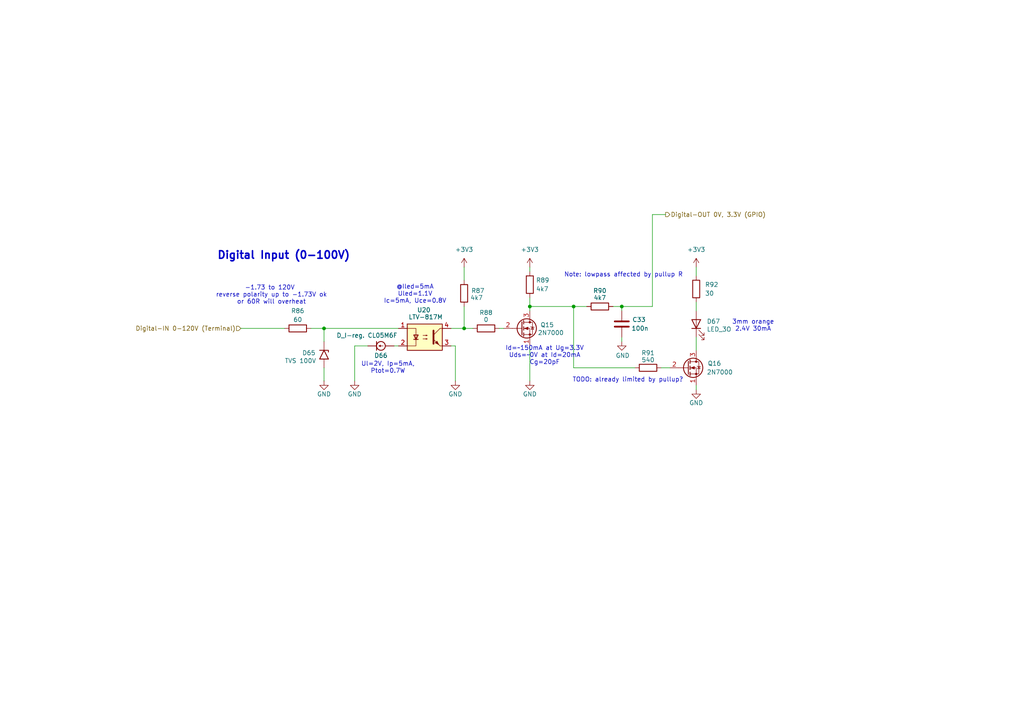
<source format=kicad_sch>
(kicad_sch (version 20231120) (generator "eeschema") (generator_version "8.0")
  (paper "A4")
  (lib_symbols
    (symbol "Device:C" (pin_numbers hide) (pin_names (offset 0.254))
      (property "Reference" "C" (at 0.635 2.54 0))
      (property "Value" "C" (at 0.635 -2.54 0))
      (symbol "C_0_1"
        (polyline (pts (xy -2.032 -0.762) (xy 2.032 -0.762)) (stroke (width 0.508)))
        (polyline (pts (xy -2.032 0.762) (xy 2.032 0.762)) (stroke (width 0.508)))
      )
      (symbol "C_1_1"
        (pin passive line (at 0 3.81 270) (length 2.794) (name "~") (number "1"))
        (pin passive line (at 0 -3.81 90) (length 2.794) (name "~") (number "2"))
      )
    )
    (symbol "Device:D_Current-regulator" (pin_numbers hide) (pin_names (offset 1.016) hide)
      (property "Reference" "D" (at 0 2.54 0))
      (property "Value" "D_Current-regulator" (at 0 -2.54 0))
      (symbol "D_Current-regulator_0_1"
        (polyline (pts (xy -1.27 1.27) (xy -1.27 -1.27)) (stroke (width 0.254)))
      )
      (symbol "D_Current-regulator_1_1"
        (polyline (pts (xy -0.127 0) (xy 0.635 0)))
        (polyline (pts (xy -0.127 0.254) (xy -0.635 0) (xy -0.127 -0.254) (xy -0.127 0.254)) (fill (type outline)))
        (circle (center 0 0) (radius 1.27) (stroke (width 0.254)))
        (pin passive line (at -3.81 0 0) (length 2.54) (name "K") (number "1"))
        (pin passive line (at 3.81 0 180) (length 2.54) (name "A") (number "2"))
      )
    )
    (symbol "Device:LED" (pin_numbers hide) (pin_names (offset 1.016) hide)
      (property "Reference" "D" (at 0 2.54 0))
      (property "Value" "LED" (at 0 -2.54 0))
      (symbol "LED_0_1"
        (polyline (pts (xy -1.27 -1.27) (xy -1.27 1.27)) (stroke (width 0.254)))
        (polyline (pts (xy -1.27 0) (xy 1.27 0)))
        (polyline (pts (xy 1.27 -1.27) (xy 1.27 1.27) (xy -1.27 0) (xy 1.27 -1.27)) (stroke (width 0.254)))
        (polyline (pts (xy -3.048 -0.762) (xy -4.572 -2.286) (xy -3.81 -2.286) (xy -4.572 -2.286) (xy -4.572 -1.524)))
        (polyline (pts (xy -1.778 -0.762) (xy -3.302 -2.286) (xy -2.54 -2.286) (xy -3.302 -2.286) (xy -3.302 -1.524)))
      )
      (symbol "LED_1_1"
        (pin passive line (at -3.81 0 0) (length 2.54) (name "K") (number "1"))
        (pin passive line (at 3.81 0 180) (length 2.54) (name "A") (number "2"))
      )
    )
    (symbol "Device:R" (pin_numbers hide) (pin_names (offset 0))
      (property "Reference" "R" (at 2.032 0 90))
      (property "Value" "R" (at 0 0 90))
      (symbol "R_0_1"
        (rectangle (start -1.016 -2.54) (end 1.016 2.54) (stroke (width 0.254)))
      )
      (symbol "R_1_1"
        (pin passive line (at 0 3.81 270) (length 1.27) (name "~") (number "1"))
        (pin passive line (at 0 -3.81 90) (length 1.27) (name "~") (number "2"))
      )
    )
    (symbol "Diode:1N62xxA" (pin_numbers hide) (pin_names (offset 1.016) hide)
      (property "Reference" "D" (at 0 2.54 0))
      (property "Value" "1N62xxA" (at 0 -2.54 0))
      (symbol "1N62xxA_0_1"
        (polyline (pts (xy -0.762 1.27) (xy -1.27 1.27) (xy -1.27 -1.27)) (stroke (width 0.254)))
        (polyline (pts (xy 1.27 1.27) (xy 1.27 -1.27) (xy -1.27 0) (xy 1.27 1.27)) (stroke (width 0.254)))
      )
      (symbol "1N62xxA_1_1"
        (pin passive line (at -3.81 0 0) (length 2.54) (name "A1") (number "1"))
        (pin passive line (at 3.81 0 180) (length 2.54) (name "A2") (number "2"))
      )
    )
    (symbol "Isolator:LTV-817M" (pin_names (offset 1.016))
      (property "Reference" "U" (at -3.81 5.08 0))
      (property "Value" "LTV-817M" (at 0 -5.08 0))
      (symbol "LTV-817M_1_1"
        (rectangle (start -5.08 3.81) (end 5.08 -3.81) (stroke (width 0.254)) (fill (type background)))
        (polyline (pts (xy -3.175 -0.635) (xy -1.905 -0.635)) (stroke (width 0.254)))
        (polyline (pts (xy 2.54 0.635) (xy 4.445 2.54)))
        (polyline (pts (xy 4.445 -2.54) (xy 2.54 -0.635)) (fill (type outline)))
        (polyline (pts (xy 4.445 -2.54) (xy 5.08 -2.54)))
        (polyline (pts (xy 4.445 2.54) (xy 5.08 2.54)))
        (polyline (pts (xy -5.08 2.54) (xy -2.54 2.54) (xy -2.54 -0.762)))
        (polyline (pts (xy -2.54 -0.635) (xy -2.54 -2.54) (xy -5.08 -2.54)))
        (polyline (pts (xy 2.54 1.905) (xy 2.54 -1.905) (xy 2.54 -1.905)) (stroke (width 0.508)))
        (polyline (pts (xy -2.54 -0.635) (xy -3.175 0.635) (xy -1.905 0.635) (xy -2.54 -0.635)) (stroke (width 0.254)))
        (polyline (pts (xy -0.508 -0.508) (xy 0.762 -0.508) (xy 0.381 -0.635) (xy 0.381 -0.381) (xy 0.762 -0.508)))
        (polyline (pts (xy -0.508 0.508) (xy 0.762 0.508) (xy 0.381 0.381) (xy 0.381 0.635) (xy 0.762 0.508)))
        (polyline (pts (xy 3.048 -1.651) (xy 3.556 -1.143) (xy 4.064 -2.159) (xy 3.048 -1.651) (xy 3.048 -1.651)) (fill (type outline)))
        (pin passive line (at -7.62 2.54 0) (length 2.54) (name "~") (number "1"))
        (pin passive line (at -7.62 -2.54 0) (length 2.54) (name "~") (number "2"))
        (pin passive line (at 7.62 -2.54 180) (length 2.54) (name "~") (number "3"))
        (pin passive line (at 7.62 2.54 180) (length 2.54) (name "~") (number "4"))
      )
    )
    (symbol "Transistor_FET:2N7000" (pin_names hide)
      (property "Reference" "Q" (at 5.08 1.905 0))
      (property "Value" "2N7000" (at 5.08 0 0))
      (symbol "2N7000_0_1"
        (polyline (pts (xy 0.254 0) (xy -2.54 0)))
        (polyline (pts (xy 0.254 1.905) (xy 0.254 -1.905)) (stroke (width 0.254)))
        (polyline (pts (xy 0.762 -1.27) (xy 0.762 -2.286)) (stroke (width 0.254)))
        (polyline (pts (xy 0.762 0.508) (xy 0.762 -0.508)) (stroke (width 0.254)))
        (polyline (pts (xy 0.762 2.286) (xy 0.762 1.27)) (stroke (width 0.254)))
        (polyline (pts (xy 2.54 2.54) (xy 2.54 1.778)))
        (polyline (pts (xy 2.54 -2.54) (xy 2.54 0) (xy 0.762 0)))
        (polyline (pts (xy 0.762 -1.778) (xy 3.302 -1.778) (xy 3.302 1.778) (xy 0.762 1.778)))
        (polyline (pts (xy 1.016 0) (xy 2.032 0.381) (xy 2.032 -0.381) (xy 1.016 0)) (fill (type outline)))
        (polyline (pts (xy 2.794 0.508) (xy 2.921 0.381) (xy 3.683 0.381) (xy 3.81 0.254)))
        (polyline (pts (xy 3.302 0.381) (xy 2.921 -0.254) (xy 3.683 -0.254) (xy 3.302 0.381)))
        (circle (center 1.651 0) (radius 2.794) (stroke (width 0.254)))
        (circle (center 2.54 -1.778) (radius 0.254) (fill (type outline)))
        (circle (center 2.54 1.778) (radius 0.254) (fill (type outline)))
      )
      (symbol "2N7000_1_1"
        (pin passive line (at 2.54 -5.08 90) (length 2.54) (name "S") (number "1"))
        (pin input line (at -5.08 0 0) (length 2.54) (name "G") (number "2"))
        (pin passive line (at 2.54 5.08 270) (length 2.54) (name "D") (number "3"))
      )
    )
    (symbol "power:+3V3" (power) (pin_numbers hide) (pin_names (offset 0) hide)
      (property "Value" "+3V3" (at 0 3.556 0))
      (symbol "+3V3_0_1"
        (polyline (pts (xy -0.762 1.27) (xy 0 2.54)))
        (polyline (pts (xy 0 0) (xy 0 2.54)))
        (polyline (pts (xy 0 2.54) (xy 0.762 1.27)))
      )
      (symbol "+3V3_1_1"
        (pin power_in line (at 0 0 90) (length 0) (name "~") (number "1"))
      )
    )
    (symbol "power:GND" (power) (pin_numbers hide) (pin_names (offset 0) hide)
      (property "Value" "GND" (at 0 -3.81 0))
      (symbol "GND_0_1"
        (polyline (pts (xy 0 0) (xy 0 -1.27) (xy 1.27 -1.27) (xy 0 -2.54) (xy -1.27 -1.27) (xy 0 -1.27)))
      )
      (symbol "GND_1_1"
        (pin power_in line (at 0 0 270) (length 0) (name "~") (number "1"))
      )
    )
  )
  (junction (at 153.67 88.9))
  (junction (at 134.62 95.25))
  (junction (at 180.34 88.9))
  (junction (at 93.98 95.25))
  (junction (at 166.37 88.9))
  (wire (pts (xy 102.87 100.33) (xy 102.87 110.49)))
  (wire (pts (xy 130.81 100.33) (xy 132.08 100.33)))
  (wire (pts (xy 166.37 106.68) (xy 184.15 106.68)))
  (wire (pts (xy 93.98 95.25) (xy 93.98 99.06)))
  (wire (pts (xy 106.68 100.33) (xy 102.87 100.33)))
  (wire (pts (xy 132.08 100.33) (xy 132.08 110.49)))
  (wire (pts (xy 177.8 88.9) (xy 180.34 88.9)))
  (wire (pts (xy 180.34 88.9) (xy 189.23 88.9)))
  (wire (pts (xy 201.93 90.17) (xy 201.93 87.63)))
  (wire (pts (xy 93.98 106.68) (xy 93.98 110.49)))
  (wire (pts (xy 153.67 77.47) (xy 153.67 78.74)))
  (wire (pts (xy 189.23 88.9) (xy 189.23 62.23)))
  (wire (pts (xy 189.23 62.23) (xy 193.04 62.23)))
  (wire (pts (xy 191.77 106.68) (xy 194.31 106.68)))
  (wire (pts (xy 134.62 88.9) (xy 134.62 95.25)))
  (wire (pts (xy 134.62 95.25) (xy 137.16 95.25)))
  (wire (pts (xy 144.78 95.25) (xy 146.05 95.25)))
  (wire (pts (xy 201.93 77.47) (xy 201.93 80.01)))
  (wire (pts (xy 153.67 88.9) (xy 153.67 90.17)))
  (wire (pts (xy 69.85 95.25) (xy 82.55 95.25)))
  (wire (pts (xy 180.34 97.79) (xy 180.34 99.06)))
  (wire (pts (xy 153.67 86.36) (xy 153.67 88.9)))
  (wire (pts (xy 93.98 95.25) (xy 115.57 95.25)))
  (wire (pts (xy 114.3 100.33) (xy 115.57 100.33)))
  (wire (pts (xy 130.81 95.25) (xy 134.62 95.25)))
  (wire (pts (xy 166.37 88.9) (xy 170.18 88.9)))
  (wire (pts (xy 201.93 97.79) (xy 201.93 101.6)))
  (wire (pts (xy 90.17 95.25) (xy 93.98 95.25)))
  (wire (pts (xy 153.67 88.9) (xy 166.37 88.9)))
  (wire (pts (xy 166.37 106.68) (xy 166.37 88.9)))
  (wire (pts (xy 153.67 100.33) (xy 153.67 110.49)))
  (wire (pts (xy 180.34 88.9) (xy 180.34 90.17)))
  (wire (pts (xy 201.93 111.76) (xy 201.93 113.03)))
  (wire (pts (xy 134.62 77.47) (xy 134.62 81.28)))
  (text "Note: lowpass affected by pullup R" (at 180.848 79.756 0) (effects (font (size 1.27 1.27))))
  (text "Ul=2V, Ip=5mA,\nPtot=0.7W" (at 112.522 106.68 0) (effects (font (size 1.27 1.27))))
  (text "3mm orange\n2.4V 30mA" (at 218.44 94.488 0) (effects (font (size 1.27 1.27))))
  (text "Digital Input (0-100V)" (at 82.296 74.168 0) (effects (font (size 2.2 2.2) (thickness 0.44) (bold yes))))
  (text "TODO: already limited by pullup?" (at 182.118 110.236 0) (effects (font (size 1.27 1.27))))
  (text "-1.73 to 120V \nreverse polarity up to -1.73V ok\nor 60R will overheat" (at 78.74 85.598 0) (effects (font (size 1.27 1.27))))
  (text "Id=~150mA at Ug=3.3V\nUds=~0V at Id=20mA\nCg=20pF" (at 157.988 103.124 0) (effects (font (size 1.27 1.27))))
  (text "@Iled=5mA\nUled=1.1V\nIc=5mA, Uce=0.8V" (at 120.396 85.344 0) (effects (font (size 1.27 1.27))))
  (hierarchical_label "Digital-OUT 0V, 3.3V (GPIO)" (shape output) (at 193.04 62.23 0))
  (hierarchical_label "Digital-IN 0-120V (Terminal)" (shape input) (at 69.85 95.25 180))
  (symbol (lib_id "Device:R") (at 134.62 85.09 0) (unit 1)
    (property "Reference" "R87" (at 136.652 84.328 0) (effects (justify left)))
    (property "Value" "4k7" (at 136.398 86.36 0) (effects (justify left)))
    (property "Footprint" "Resistor_THT:R_Axial_DIN0207_L6.3mm_D2.5mm_P10.16mm_Horizontal" (effects (hide yes)))
    (property "Description" "Resistor" (effects (hide yes)))
    (instances (project "pi-interface-board_v1.0" (path "" (reference "R87") (unit 1)) (path "" (reference "R94") (unit 1)) (path "" (reference "R80") (unit 1)) (path "" (reference "R101") (unit 1)) (path "" (reference "R59") (unit 1)) (path "" (reference "R73") (unit 1)) (path "" (reference "R66") (unit 1)) (path "" (reference "R2") (unit 1))))
  )
  (symbol (lib_id "Device:R") (at 173.99 88.9 90) (unit 1)
    (property "Reference" "R90" (at 173.99 84.328 90))
    (property "Value" "4k7" (at 173.99 86.36 90))
    (property "Footprint" "Resistor_THT:R_Axial_DIN0207_L6.3mm_D2.5mm_P10.16mm_Horizontal" (effects (hide yes)))
    (property "Description" "Resistor" (effects (hide yes)))
    (instances (project "pi-interface-board_v1.0" (path "" (reference "R90") (unit 1)) (path "" (reference "R97") (unit 1)) (path "" (reference "R83") (unit 1)) (path "" (reference "R104") (unit 1)) (path "" (reference "R62") (unit 1)) (path "" (reference "R76") (unit 1)) (path "" (reference "R69") (unit 1)) (path "" (reference "R55") (unit 1))))
  )
  (symbol (lib_id "power:GND") (at 102.87 110.49 0) (unit 1)
    (property "Reference" "#PWR0158" (effects (hide yes)))
    (property "Value" "GND" (at 102.87 114.3 0))
    (property "Description" "Power symbol creates a global label with name \"GND\" , ground" (effects (hide yes)))
    (instances (project "pi-interface-board_v1.0" (path "" (reference "#PWR0158") (unit 1)) (path "" (reference "#PWR0167") (unit 1)) (path "" (reference "#PWR0149") (unit 1)) (path "" (reference "#PWR0176") (unit 1)) (path "" (reference "#PWR0122") (unit 1)) (path "" (reference "#PWR0140") (unit 1)) (path "" (reference "#PWR0131") (unit 1)) (path "" (reference "#PWR0113") (unit 1))))
  )
  (symbol (lib_id "Transistor_FET:2N7000") (at 151.13 95.25 0) (unit 1)
    (property "Reference" "Q15" (at 156.718 94.234 0) (effects (justify left)))
    (property "Value" "2N7000" (at 155.956 96.52 0) (effects (justify left)))
    (property "Footprint" "Package_TO_SOT_THT:TO-92_Inline" (effects (hide yes)))
    (property "Datasheet" "https://www.vishay.com/docs/70226/70226.pdf" (effects (hide yes)))
    (property "Description" "0.2A Id, 200V Vds, N-Channel MOSFET, 2.6V Logic Level, TO-92" (effects (hide yes)))
    (instances (project "pi-interface-board_v1.0" (path "" (reference "Q15") (unit 1)) (path "" (reference "Q17") (unit 1)) (path "" (reference "Q13") (unit 1)) (path "" (reference "Q19") (unit 1)) (path "" (reference "Q7") (unit 1)) (path "" (reference "Q11") (unit 1)) (path "" (reference "Q9") (unit 1)) (path "" (reference "Q2") (unit 1))))
  )
  (symbol (lib_id "power:GND") (at 201.93 113.03 0) (unit 1)
    (property "Reference" "#PWR0165" (effects (hide yes)))
    (property "Value" "GND" (at 201.93 116.84 0))
    (property "Description" "Power symbol creates a global label with name \"GND\" , ground" (effects (hide yes)))
    (instances (project "pi-interface-board_v1.0" (path "" (reference "#PWR0165") (unit 1)) (path "" (reference "#PWR0174") (unit 1)) (path "" (reference "#PWR0156") (unit 1)) (path "" (reference "#PWR0183") (unit 1)) (path "" (reference "#PWR0129") (unit 1)) (path "" (reference "#PWR0147") (unit 1)) (path "" (reference "#PWR0138") (unit 1)) (path "" (reference "#PWR0120") (unit 1))))
  )
  (symbol (lib_id "power:+3V3") (at 134.62 77.47 0) (unit 1)
    (property "Reference" "#PWR0160" (effects (hide yes)))
    (property "Value" "+3V3" (at 134.62 72.39 0))
    (property "Description" "Power symbol creates a global label with name \"+3V3\"" (effects (hide yes)))
    (instances (project "pi-interface-board_v1.0" (path "" (reference "#PWR0160") (unit 1)) (path "" (reference "#PWR0169") (unit 1)) (path "" (reference "#PWR0151") (unit 1)) (path "" (reference "#PWR0178") (unit 1)) (path "" (reference "#PWR0124") (unit 1)) (path "" (reference "#PWR0142") (unit 1)) (path "" (reference "#PWR0133") (unit 1)) (path "" (reference "#PWR0115") (unit 1))))
  )
  (symbol (lib_id "Transistor_FET:2N7000") (at 199.39 106.68 0) (unit 1)
    (property "Reference" "Q16" (at 205.232 105.41 0) (effects (justify left)))
    (property "Value" "2N7000" (at 204.978 107.95 0) (effects (justify left)))
    (property "Footprint" "Package_TO_SOT_THT:TO-92_Inline" (effects (hide yes)))
    (property "Datasheet" "https://www.vishay.com/docs/70226/70226.pdf" (effects (hide yes)))
    (property "Description" "0.2A Id, 200V Vds, N-Channel MOSFET, 2.6V Logic Level, TO-92" (effects (hide yes)))
    (instances (project "pi-interface-board_v1.0" (path "" (reference "Q16") (unit 1)) (path "" (reference "Q18") (unit 1)) (path "" (reference "Q14") (unit 1)) (path "" (reference "Q20") (unit 1)) (path "" (reference "Q8") (unit 1)) (path "" (reference "Q12") (unit 1)) (path "" (reference "Q10") (unit 1)) (path "" (reference "Q6") (unit 1))))
  )
  (symbol (lib_id "Device:C") (at 180.34 93.98 0) (unit 1)
    (property "Reference" "C33" (at 183.388 92.71 0) (effects (justify left)))
    (property "Value" "100n" (at 183.134 95.25 0) (effects (justify left)))
    (property "Footprint" "Capacitor_THT:C_Disc_D7.0mm_W2.5mm_P5.00mm" (effects (hide yes)))
    (property "Description" "Unpolarized capacitor" (effects (hide yes)))
    (instances (project "pi-interface-board_v1.0" (path "" (reference "C33") (unit 1)) (path "" (reference "C34") (unit 1)) (path "" (reference "C32") (unit 1)) (path "" (reference "C35") (unit 1)) (path "" (reference "C29") (unit 1)) (path "" (reference "C31") (unit 1)) (path "" (reference "C30") (unit 1)) (path "" (reference "C17") (unit 1))))
  )
  (symbol (lib_id "Diode:1N62xxA") (at 93.98 102.87 270) (unit 1)
    (property "Reference" "D65" (at 87.63 102.362 90) (effects (justify left)))
    (property "Value" "TVS 100V" (at 82.55 104.648 90) (effects (justify left)))
    (property "Footprint" "Diode_THT:D_DO-201AE_P15.24mm_Horizontal" (effects (hide yes)))
    (property "Datasheet" "https://www.vishay.com/docs/88301/15ke.pdf" (effects (hide yes)))
    (property "Description" "1500W unidirectional TRANSZORB® Transient Voltage Suppressor, DO-201AE" (effects (hide yes)))
    (instances (project "pi-interface-board_v1.0" (path "" (reference "D65") (unit 1)) (path "" (reference "D68") (unit 1)) (path "" (reference "D62") (unit 1)) (path "" (reference "D71") (unit 1)) (path "" (reference "D53") (unit 1)) (path "" (reference "D59") (unit 1)) (path "" (reference "D56") (unit 1)) (path "" (reference "D50") (unit 1))))
  )
  (symbol (lib_id "power:+3V3") (at 153.67 77.47 0) (unit 1)
    (property "Reference" "#PWR0161" (effects (hide yes)))
    (property "Value" "+3V3" (at 153.67 72.39 0))
    (property "Description" "Power symbol creates a global label with name \"+3V3\"" (effects (hide yes)))
    (instances (project "pi-interface-board_v1.0" (path "" (reference "#PWR0161") (unit 1)) (path "" (reference "#PWR0170") (unit 1)) (path "" (reference "#PWR0152") (unit 1)) (path "" (reference "#PWR0179") (unit 1)) (path "" (reference "#PWR0125") (unit 1)) (path "" (reference "#PWR0143") (unit 1)) (path "" (reference "#PWR0134") (unit 1)) (path "" (reference "#PWR0116") (unit 1))))
  )
  (symbol (lib_id "power:+3V3") (at 201.93 77.47 0) (unit 1)
    (property "Reference" "#PWR0164" (effects (hide yes)))
    (property "Value" "+3V3" (at 201.93 72.39 0))
    (property "Description" "Power symbol creates a global label with name \"+3V3\"" (effects (hide yes)))
    (instances (project "pi-interface-board_v1.0" (path "" (reference "#PWR0164") (unit 1)) (path "" (reference "#PWR0173") (unit 1)) (path "" (reference "#PWR0155") (unit 1)) (path "" (reference "#PWR0182") (unit 1)) (path "" (reference "#PWR0128") (unit 1)) (path "" (reference "#PWR0146") (unit 1)) (path "" (reference "#PWR0137") (unit 1)) (path "" (reference "#PWR0119") (unit 1))))
  )
  (symbol (lib_id "Device:R") (at 86.36 95.25 90) (unit 1)
    (property "Reference" "R86" (at 86.36 90.17 90))
    (property "Value" "60" (at 86.36 92.71 90))
    (property "Footprint" "Resistor_THT:R_Axial_DIN0207_L6.3mm_D2.5mm_P10.16mm_Horizontal" (effects (hide yes)))
    (property "Description" "Resistor" (effects (hide yes)))
    (instances (project "pi-interface-board_v1.0" (path "" (reference "R86") (unit 1)) (path "" (reference "R93") (unit 1)) (path "" (reference "R79") (unit 1)) (path "" (reference "R100") (unit 1)) (path "" (reference "R58") (unit 1)) (path "" (reference "R72") (unit 1)) (path "" (reference "R65") (unit 1)) (path "" (reference "R1") (unit 1))))
  )
  (symbol (lib_id "power:GND") (at 132.08 110.49 0) (unit 1)
    (property "Reference" "#PWR0159" (effects (hide yes)))
    (property "Value" "GND" (at 132.08 114.3 0))
    (property "Description" "Power symbol creates a global label with name \"GND\" , ground" (effects (hide yes)))
    (instances (project "pi-interface-board_v1.0" (path "" (reference "#PWR0159") (unit 1)) (path "" (reference "#PWR0168") (unit 1)) (path "" (reference "#PWR0150") (unit 1)) (path "" (reference "#PWR0177") (unit 1)) (path "" (reference "#PWR0123") (unit 1)) (path "" (reference "#PWR0141") (unit 1)) (path "" (reference "#PWR0132") (unit 1)) (path "" (reference "#PWR0114") (unit 1))))
  )
  (symbol (lib_id "power:GND") (at 180.34 99.06 0) (unit 1)
    (property "Reference" "#PWR0163" (effects (hide yes)))
    (property "Value" "GND" (at 180.594 103.124 0))
    (property "Description" "Power symbol creates a global label with name \"GND\" , ground" (effects (hide yes)))
    (instances (project "pi-interface-board_v1.0" (path "" (reference "#PWR0163") (unit 1)) (path "" (reference "#PWR0172") (unit 1)) (path "" (reference "#PWR0154") (unit 1)) (path "" (reference "#PWR0181") (unit 1)) (path "" (reference "#PWR0127") (unit 1)) (path "" (reference "#PWR0145") (unit 1)) (path "" (reference "#PWR0136") (unit 1)) (path "" (reference "#PWR0118") (unit 1))))
  )
  (symbol (lib_id "power:GND") (at 93.98 110.49 0) (unit 1)
    (property "Reference" "#PWR0157" (effects (hide yes)))
    (property "Value" "GND" (at 93.98 114.3 0))
    (property "Description" "Power symbol creates a global label with name \"GND\" , ground" (effects (hide yes)))
    (instances (project "pi-interface-board_v1.0" (path "" (reference "#PWR0157") (unit 1)) (path "" (reference "#PWR0166") (unit 1)) (path "" (reference "#PWR0148") (unit 1)) (path "" (reference "#PWR0175") (unit 1)) (path "" (reference "#PWR0121") (unit 1)) (path "" (reference "#PWR0139") (unit 1)) (path "" (reference "#PWR0130") (unit 1)) (path "" (reference "#PWR0112") (unit 1))))
  )
  (symbol (lib_id "Device:R") (at 140.97 95.25 90) (unit 1)
    (property "Reference" "R88" (at 140.97 90.678 90))
    (property "Value" "0" (at 140.97 92.71 90))
    (property "Footprint" "Resistor_THT:R_Axial_DIN0207_L6.3mm_D2.5mm_P10.16mm_Horizontal" (effects (hide yes)))
    (property "Description" "Resistor" (effects (hide yes)))
    (instances (project "pi-interface-board_v1.0" (path "" (reference "R88") (unit 1)) (path "" (reference "R95") (unit 1)) (path "" (reference "R81") (unit 1)) (path "" (reference "R102") (unit 1)) (path "" (reference "R60") (unit 1)) (path "" (reference "R74") (unit 1)) (path "" (reference "R67") (unit 1)) (path "" (reference "R53") (unit 1))))
  )
  (symbol (lib_id "Device:R") (at 187.96 106.68 90) (unit 1)
    (property "Reference" "R91" (at 187.96 102.362 90))
    (property "Value" "540" (at 187.96 104.394 90))
    (property "Footprint" "Resistor_THT:R_Axial_DIN0207_L6.3mm_D2.5mm_P10.16mm_Horizontal" (effects (hide yes)))
    (property "Description" "Resistor" (effects (hide yes)))
    (instances (project "pi-interface-board_v1.0" (path "" (reference "R91") (unit 1)) (path "" (reference "R98") (unit 1)) (path "" (reference "R84") (unit 1)) (path "" (reference "R105") (unit 1)) (path "" (reference "R63") (unit 1)) (path "" (reference "R77") (unit 1)) (path "" (reference "R70") (unit 1)) (path "" (reference "R56") (unit 1))))
  )
  (symbol (lib_id "Device:D_Current-regulator") (at 110.49 100.33 0) (unit 1)
    (property "Reference" "D66" (at 110.49 103.124 0))
    (property "Value" "D_I-reg. CL05M6F" (at 106.426 97.282 0))
    (property "Footprint" "Diode_SMD:D_SOD-123F" (effects (hide yes)))
    (property "Description" "Constant-current diode / current limiting diode / current regulator diode, IEC60747-3:2013" (effects (hide yes)))
    (instances (project "pi-interface-board_v1.0" (path "" (reference "D66") (unit 1)) (path "" (reference "D69") (unit 1)) (path "" (reference "D63") (unit 1)) (path "" (reference "D72") (unit 1)) (path "" (reference "D54") (unit 1)) (path "" (reference "D60") (unit 1)) (path "" (reference "D57") (unit 1)) (path "" (reference "D51") (unit 1))))
  )
  (symbol (lib_id "power:GND") (at 153.67 110.49 0) (unit 1)
    (property "Reference" "#PWR0162" (effects (hide yes)))
    (property "Value" "GND" (at 153.67 114.3 0))
    (property "Description" "Power symbol creates a global label with name \"GND\" , ground" (effects (hide yes)))
    (instances (project "pi-interface-board_v1.0" (path "" (reference "#PWR0162") (unit 1)) (path "" (reference "#PWR0171") (unit 1)) (path "" (reference "#PWR0153") (unit 1)) (path "" (reference "#PWR0180") (unit 1)) (path "" (reference "#PWR0126") (unit 1)) (path "" (reference "#PWR0144") (unit 1)) (path "" (reference "#PWR0135") (unit 1)) (path "" (reference "#PWR0117") (unit 1))))
  )
  (symbol (lib_id "Device:R") (at 201.93 83.82 180) (unit 1)
    (property "Reference" "R92" (at 204.47 82.5499 0) (effects (justify right)))
    (property "Value" "30" (at 204.47 85.0899 0) (effects (justify right)))
    (property "Footprint" "Resistor_THT:R_Axial_DIN0207_L6.3mm_D2.5mm_P10.16mm_Horizontal" (effects (hide yes)))
    (property "Description" "Resistor" (effects (hide yes)))
    (instances (project "pi-interface-board_v1.0" (path "" (reference "R92") (unit 1)) (path "" (reference "R99") (unit 1)) (path "" (reference "R85") (unit 1)) (path "" (reference "R106") (unit 1)) (path "" (reference "R64") (unit 1)) (path "" (reference "R78") (unit 1)) (path "" (reference "R71") (unit 1)) (path "" (reference "R57") (unit 1))))
  )
  (symbol (lib_id "Device:LED") (at 201.93 93.98 90) (unit 1)
    (property "Reference" "D67" (at 204.978 93.218 90) (effects (justify right)))
    (property "Value" "LED_3O" (at 204.978 95.504 90) (effects (justify right)))
    (property "Footprint" "LED_THT:LED_D3.0mm_IRBlack" (effects (hide yes)))
    (property "Description" "Light emitting diode" (effects (hide yes)))
    (instances (project "pi-interface-board_v1.0" (path "" (reference "D67") (unit 1)) (path "" (reference "D70") (unit 1)) (path "" (reference "D64") (unit 1)) (path "" (reference "D73") (unit 1)) (path "" (reference "D55") (unit 1)) (path "" (reference "D61") (unit 1)) (path "" (reference "D58") (unit 1)) (path "" (reference "D52") (unit 1))))
  )
  (symbol (lib_id "Device:R") (at 153.67 82.55 180) (unit 1)
    (property "Reference" "R89" (at 155.448 81.28 0) (effects (justify right)))
    (property "Value" "4k7" (at 155.448 83.82 0) (effects (justify right)))
    (property "Footprint" "Resistor_THT:R_Axial_DIN0207_L6.3mm_D2.5mm_P10.16mm_Horizontal" (effects (hide yes)))
    (property "Description" "Resistor" (effects (hide yes)))
    (instances (project "pi-interface-board_v1.0" (path "" (reference "R89") (unit 1)) (path "" (reference "R96") (unit 1)) (path "" (reference "R82") (unit 1)) (path "" (reference "R103") (unit 1)) (path "" (reference "R61") (unit 1)) (path "" (reference "R75") (unit 1)) (path "" (reference "R68") (unit 1)) (path "" (reference "R54") (unit 1))))
  )
  (symbol (lib_id "Isolator:LTV-817M") (at 123.19 97.79 0) (unit 1)
    (property "Reference" "U20" (at 122.936 89.916 0))
    (property "Value" "LTV-817M" (at 123.444 91.948 0))
    (property "Footprint" "Package_DIP:DIP-4_W10.16mm" (effects (hide yes)))
    (property "Datasheet" "http://www.us.liteon.com/downloads/LTV-817-827-847.PDF" (effects (hide yes)))
    (property "Description" "DC Optocoupler, Vce 35V, CTR 50%, DIP-4" (effects (hide yes)))
    (instances (project "pi-interface-board_v1.0" (path "" (reference "U20") (unit 1)) (path "" (reference "U21") (unit 1)) (path "" (reference "U19") (unit 1)) (path "" (reference "U22") (unit 1)) (path "" (reference "U8") (unit 1)) (path "" (reference "U18") (unit 1)) (path "" (reference "U17") (unit 1)) (path "" (reference "U7") (unit 1))))
  )
)
</source>
